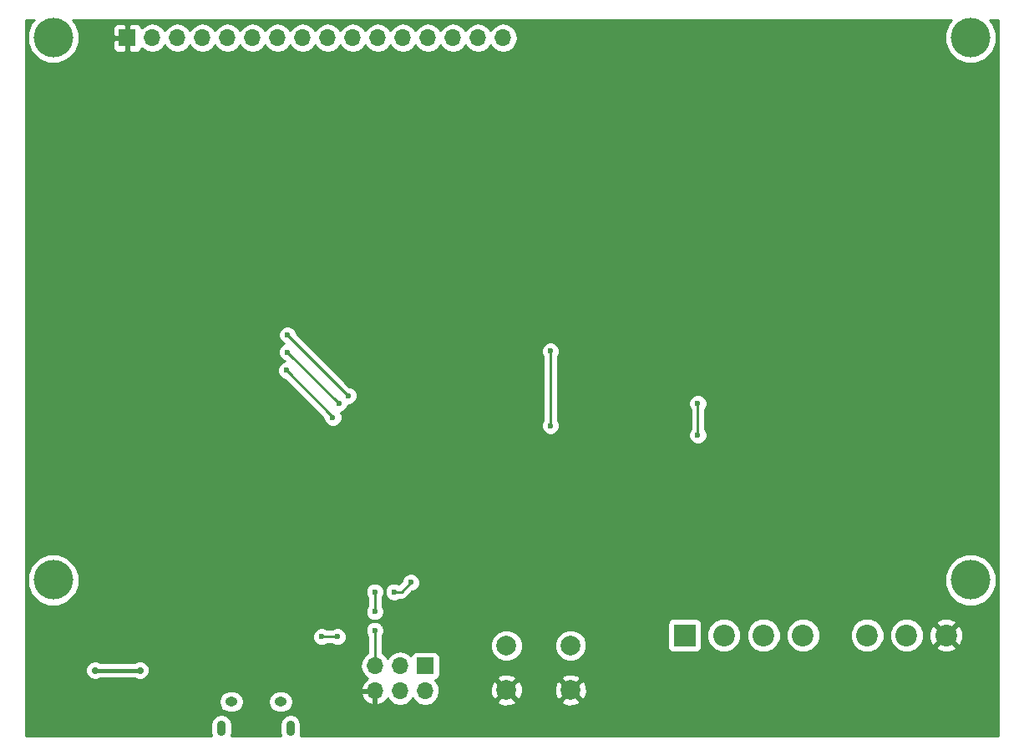
<source format=gbr>
G04 #@! TF.FileFunction,Copper,L2,Bot,Mixed*
%FSLAX46Y46*%
G04 Gerber Fmt 4.6, Leading zero omitted, Abs format (unit mm)*
G04 Created by KiCad (PCBNEW 4.0.7-e1-6374~58~ubuntu16.04.1) date Mon Oct  9 17:59:25 2017*
%MOMM*%
%LPD*%
G01*
G04 APERTURE LIST*
%ADD10C,0.100000*%
%ADD11C,4.000000*%
%ADD12R,1.700000X1.700000*%
%ADD13O,1.700000X1.700000*%
%ADD14O,0.890000X1.550000*%
%ADD15O,1.250000X0.950000*%
%ADD16C,2.200000*%
%ADD17R,2.200000X2.200000*%
%ADD18C,2.000000*%
%ADD19C,0.600000*%
%ADD20C,0.700000*%
%ADD21C,0.250000*%
%ADD22C,0.400000*%
%ADD23C,0.254000*%
G04 APERTURE END LIST*
D10*
D11*
X175500000Y-144500000D03*
X82500000Y-144500000D03*
X175500000Y-89500000D03*
D12*
X120200000Y-153200000D03*
D13*
X120200000Y-155740000D03*
X117660000Y-153200000D03*
X117660000Y-155740000D03*
X115120000Y-153200000D03*
X115120000Y-155740000D03*
D14*
X106550000Y-159550000D03*
D15*
X105550000Y-156850000D03*
D14*
X99550000Y-159550000D03*
D15*
X100550000Y-156850000D03*
D16*
X158500000Y-150100000D03*
X154500000Y-150100000D03*
X150500000Y-150100000D03*
X169000000Y-150100000D03*
X165000000Y-150100000D03*
D17*
X146500000Y-150100000D03*
D16*
X173000000Y-150100000D03*
D18*
X134950000Y-151150000D03*
X134950000Y-155650000D03*
X128450000Y-151150000D03*
X128450000Y-155650000D03*
D12*
X90000000Y-89540000D03*
D13*
X92540000Y-89540000D03*
X95080000Y-89540000D03*
X97620000Y-89540000D03*
X100160000Y-89540000D03*
X102700000Y-89540000D03*
X105240000Y-89540000D03*
X107780000Y-89540000D03*
X110320000Y-89540000D03*
X112860000Y-89540000D03*
X115400000Y-89540000D03*
X117940000Y-89540000D03*
X120480000Y-89540000D03*
X123020000Y-89540000D03*
X125560000Y-89540000D03*
X128100000Y-89540000D03*
D11*
X82500000Y-89500000D03*
D19*
X134800000Y-116100000D03*
X136350000Y-131050000D03*
X105700000Y-153150000D03*
X109000000Y-141750000D03*
X103950000Y-144550000D03*
X103950000Y-147300000D03*
X93550000Y-142550000D03*
X93550000Y-146650000D03*
X98800000Y-134450000D03*
X87700000Y-157750000D03*
X100800000Y-159550000D03*
X104350000Y-155500000D03*
X97450000Y-136700000D03*
X121500000Y-136750000D03*
X105300000Y-159550000D03*
X109800000Y-134450000D03*
X97300000Y-144000000D03*
X112000000Y-141750000D03*
X109700000Y-150250000D03*
X111300000Y-150250000D03*
X118750000Y-144750000D03*
X117050000Y-145700000D03*
X115100000Y-149600000D03*
X115100000Y-147700000D03*
X115100000Y-145700000D03*
X112400000Y-125800000D03*
X106250000Y-119650000D03*
X106150000Y-123250000D03*
X110850000Y-128000000D03*
X106250000Y-121400000D03*
X111450000Y-126600000D03*
X147850000Y-129800000D03*
X147850000Y-126600000D03*
X132900000Y-121300000D03*
X132900000Y-128850000D03*
D20*
X86750000Y-153650000D03*
X91300000Y-153650000D03*
D21*
X111300000Y-150250000D02*
X109700000Y-150250000D01*
X117800000Y-145700000D02*
X117050000Y-145700000D01*
X118750000Y-144750000D02*
X117800000Y-145700000D01*
X115120000Y-153200000D02*
X115120000Y-149620000D01*
X115120000Y-149620000D02*
X115100000Y-149600000D01*
X115100000Y-147700000D02*
X115100000Y-145700000D01*
X115120000Y-145720000D02*
X115100000Y-145700000D01*
X106250000Y-119650000D02*
X112400000Y-125800000D01*
X106150000Y-123250000D02*
X110850000Y-127950000D01*
X110850000Y-127950000D02*
X110850000Y-128000000D01*
X106250000Y-121400000D02*
X111450000Y-126600000D01*
X147850000Y-126600000D02*
X147850000Y-129800000D01*
X132900000Y-128850000D02*
X132900000Y-121300000D01*
D22*
X91300000Y-153650000D02*
X86750000Y-153650000D01*
D23*
G36*
X80267458Y-88005443D02*
X79865458Y-88973567D01*
X79864543Y-90021834D01*
X80264853Y-90990658D01*
X81005443Y-91732542D01*
X81973567Y-92134542D01*
X83021834Y-92135457D01*
X83990658Y-91735147D01*
X84732542Y-90994557D01*
X85134542Y-90026433D01*
X85134717Y-89825750D01*
X88515000Y-89825750D01*
X88515000Y-90516309D01*
X88611673Y-90749698D01*
X88790301Y-90928327D01*
X89023690Y-91025000D01*
X89714250Y-91025000D01*
X89873000Y-90866250D01*
X89873000Y-89667000D01*
X88673750Y-89667000D01*
X88515000Y-89825750D01*
X85134717Y-89825750D01*
X85135457Y-88978166D01*
X84964200Y-88563691D01*
X88515000Y-88563691D01*
X88515000Y-89254250D01*
X88673750Y-89413000D01*
X89873000Y-89413000D01*
X89873000Y-88213750D01*
X90127000Y-88213750D01*
X90127000Y-89413000D01*
X90147000Y-89413000D01*
X90147000Y-89667000D01*
X90127000Y-89667000D01*
X90127000Y-90866250D01*
X90285750Y-91025000D01*
X90976310Y-91025000D01*
X91209699Y-90928327D01*
X91388327Y-90749698D01*
X91460597Y-90575223D01*
X91489946Y-90619147D01*
X91971715Y-90941054D01*
X92540000Y-91054093D01*
X93108285Y-90941054D01*
X93590054Y-90619147D01*
X93810000Y-90289974D01*
X94029946Y-90619147D01*
X94511715Y-90941054D01*
X95080000Y-91054093D01*
X95648285Y-90941054D01*
X96130054Y-90619147D01*
X96350000Y-90289974D01*
X96569946Y-90619147D01*
X97051715Y-90941054D01*
X97620000Y-91054093D01*
X98188285Y-90941054D01*
X98670054Y-90619147D01*
X98890000Y-90289974D01*
X99109946Y-90619147D01*
X99591715Y-90941054D01*
X100160000Y-91054093D01*
X100728285Y-90941054D01*
X101210054Y-90619147D01*
X101430000Y-90289974D01*
X101649946Y-90619147D01*
X102131715Y-90941054D01*
X102700000Y-91054093D01*
X103268285Y-90941054D01*
X103750054Y-90619147D01*
X103970000Y-90289974D01*
X104189946Y-90619147D01*
X104671715Y-90941054D01*
X105240000Y-91054093D01*
X105808285Y-90941054D01*
X106290054Y-90619147D01*
X106510000Y-90289974D01*
X106729946Y-90619147D01*
X107211715Y-90941054D01*
X107780000Y-91054093D01*
X108348285Y-90941054D01*
X108830054Y-90619147D01*
X109050000Y-90289974D01*
X109269946Y-90619147D01*
X109751715Y-90941054D01*
X110320000Y-91054093D01*
X110888285Y-90941054D01*
X111370054Y-90619147D01*
X111590000Y-90289974D01*
X111809946Y-90619147D01*
X112291715Y-90941054D01*
X112860000Y-91054093D01*
X113428285Y-90941054D01*
X113910054Y-90619147D01*
X114130000Y-90289974D01*
X114349946Y-90619147D01*
X114831715Y-90941054D01*
X115400000Y-91054093D01*
X115968285Y-90941054D01*
X116450054Y-90619147D01*
X116670000Y-90289974D01*
X116889946Y-90619147D01*
X117371715Y-90941054D01*
X117940000Y-91054093D01*
X118508285Y-90941054D01*
X118990054Y-90619147D01*
X119210000Y-90289974D01*
X119429946Y-90619147D01*
X119911715Y-90941054D01*
X120480000Y-91054093D01*
X121048285Y-90941054D01*
X121530054Y-90619147D01*
X121750000Y-90289974D01*
X121969946Y-90619147D01*
X122451715Y-90941054D01*
X123020000Y-91054093D01*
X123588285Y-90941054D01*
X124070054Y-90619147D01*
X124290000Y-90289974D01*
X124509946Y-90619147D01*
X124991715Y-90941054D01*
X125560000Y-91054093D01*
X126128285Y-90941054D01*
X126610054Y-90619147D01*
X126830000Y-90289974D01*
X127049946Y-90619147D01*
X127531715Y-90941054D01*
X128100000Y-91054093D01*
X128668285Y-90941054D01*
X129150054Y-90619147D01*
X129471961Y-90137378D01*
X129585000Y-89569093D01*
X129585000Y-89510907D01*
X129471961Y-88942622D01*
X129150054Y-88460853D01*
X128668285Y-88138946D01*
X128100000Y-88025907D01*
X127531715Y-88138946D01*
X127049946Y-88460853D01*
X126830000Y-88790026D01*
X126610054Y-88460853D01*
X126128285Y-88138946D01*
X125560000Y-88025907D01*
X124991715Y-88138946D01*
X124509946Y-88460853D01*
X124290000Y-88790026D01*
X124070054Y-88460853D01*
X123588285Y-88138946D01*
X123020000Y-88025907D01*
X122451715Y-88138946D01*
X121969946Y-88460853D01*
X121750000Y-88790026D01*
X121530054Y-88460853D01*
X121048285Y-88138946D01*
X120480000Y-88025907D01*
X119911715Y-88138946D01*
X119429946Y-88460853D01*
X119210000Y-88790026D01*
X118990054Y-88460853D01*
X118508285Y-88138946D01*
X117940000Y-88025907D01*
X117371715Y-88138946D01*
X116889946Y-88460853D01*
X116670000Y-88790026D01*
X116450054Y-88460853D01*
X115968285Y-88138946D01*
X115400000Y-88025907D01*
X114831715Y-88138946D01*
X114349946Y-88460853D01*
X114130000Y-88790026D01*
X113910054Y-88460853D01*
X113428285Y-88138946D01*
X112860000Y-88025907D01*
X112291715Y-88138946D01*
X111809946Y-88460853D01*
X111590000Y-88790026D01*
X111370054Y-88460853D01*
X110888285Y-88138946D01*
X110320000Y-88025907D01*
X109751715Y-88138946D01*
X109269946Y-88460853D01*
X109050000Y-88790026D01*
X108830054Y-88460853D01*
X108348285Y-88138946D01*
X107780000Y-88025907D01*
X107211715Y-88138946D01*
X106729946Y-88460853D01*
X106510000Y-88790026D01*
X106290054Y-88460853D01*
X105808285Y-88138946D01*
X105240000Y-88025907D01*
X104671715Y-88138946D01*
X104189946Y-88460853D01*
X103970000Y-88790026D01*
X103750054Y-88460853D01*
X103268285Y-88138946D01*
X102700000Y-88025907D01*
X102131715Y-88138946D01*
X101649946Y-88460853D01*
X101430000Y-88790026D01*
X101210054Y-88460853D01*
X100728285Y-88138946D01*
X100160000Y-88025907D01*
X99591715Y-88138946D01*
X99109946Y-88460853D01*
X98890000Y-88790026D01*
X98670054Y-88460853D01*
X98188285Y-88138946D01*
X97620000Y-88025907D01*
X97051715Y-88138946D01*
X96569946Y-88460853D01*
X96350000Y-88790026D01*
X96130054Y-88460853D01*
X95648285Y-88138946D01*
X95080000Y-88025907D01*
X94511715Y-88138946D01*
X94029946Y-88460853D01*
X93810000Y-88790026D01*
X93590054Y-88460853D01*
X93108285Y-88138946D01*
X92540000Y-88025907D01*
X91971715Y-88138946D01*
X91489946Y-88460853D01*
X91460597Y-88504777D01*
X91388327Y-88330302D01*
X91209699Y-88151673D01*
X90976310Y-88055000D01*
X90285750Y-88055000D01*
X90127000Y-88213750D01*
X89873000Y-88213750D01*
X89714250Y-88055000D01*
X89023690Y-88055000D01*
X88790301Y-88151673D01*
X88611673Y-88330302D01*
X88515000Y-88563691D01*
X84964200Y-88563691D01*
X84735147Y-88009342D01*
X84436327Y-87710000D01*
X173563417Y-87710000D01*
X173267458Y-88005443D01*
X172865458Y-88973567D01*
X172864543Y-90021834D01*
X173264853Y-90990658D01*
X174005443Y-91732542D01*
X174973567Y-92134542D01*
X176021834Y-92135457D01*
X176990658Y-91735147D01*
X177732542Y-90994557D01*
X178134542Y-90026433D01*
X178135457Y-88978166D01*
X177735147Y-88009342D01*
X177436327Y-87710000D01*
X178290000Y-87710000D01*
X178290000Y-160290000D01*
X107553941Y-160290000D01*
X107630000Y-159907624D01*
X107630000Y-159192376D01*
X107547790Y-158779078D01*
X107313675Y-158428701D01*
X106963298Y-158194586D01*
X106550000Y-158112376D01*
X106136702Y-158194586D01*
X105786325Y-158428701D01*
X105552210Y-158779078D01*
X105470000Y-159192376D01*
X105470000Y-159907624D01*
X105546059Y-160290000D01*
X100553941Y-160290000D01*
X100630000Y-159907624D01*
X100630000Y-159192376D01*
X100547790Y-158779078D01*
X100313675Y-158428701D01*
X99963298Y-158194586D01*
X99550000Y-158112376D01*
X99136702Y-158194586D01*
X98786325Y-158428701D01*
X98552210Y-158779078D01*
X98470000Y-159192376D01*
X98470000Y-159907624D01*
X98546059Y-160290000D01*
X79710000Y-160290000D01*
X79710000Y-156850000D01*
X99265315Y-156850000D01*
X99349809Y-157274779D01*
X99590426Y-157634889D01*
X99950536Y-157875506D01*
X100375315Y-157960000D01*
X100724685Y-157960000D01*
X101149464Y-157875506D01*
X101509574Y-157634889D01*
X101750191Y-157274779D01*
X101834685Y-156850000D01*
X104265315Y-156850000D01*
X104349809Y-157274779D01*
X104590426Y-157634889D01*
X104950536Y-157875506D01*
X105375315Y-157960000D01*
X105724685Y-157960000D01*
X106149464Y-157875506D01*
X106509574Y-157634889D01*
X106750191Y-157274779D01*
X106834685Y-156850000D01*
X106750191Y-156425221D01*
X106530810Y-156096892D01*
X113678514Y-156096892D01*
X113924817Y-156621358D01*
X114353076Y-157011645D01*
X114763110Y-157181476D01*
X114993000Y-157060155D01*
X114993000Y-155867000D01*
X113799181Y-155867000D01*
X113678514Y-156096892D01*
X106530810Y-156096892D01*
X106509574Y-156065111D01*
X106149464Y-155824494D01*
X105724685Y-155740000D01*
X105375315Y-155740000D01*
X104950536Y-155824494D01*
X104590426Y-156065111D01*
X104349809Y-156425221D01*
X104265315Y-156850000D01*
X101834685Y-156850000D01*
X101750191Y-156425221D01*
X101509574Y-156065111D01*
X101149464Y-155824494D01*
X100724685Y-155740000D01*
X100375315Y-155740000D01*
X99950536Y-155824494D01*
X99590426Y-156065111D01*
X99349809Y-156425221D01*
X99265315Y-156850000D01*
X79710000Y-156850000D01*
X79710000Y-153845069D01*
X85764830Y-153845069D01*
X85914471Y-154207229D01*
X86191314Y-154484555D01*
X86553212Y-154634828D01*
X86945069Y-154635170D01*
X87307229Y-154485529D01*
X87307759Y-154485000D01*
X90742386Y-154485000D01*
X91103212Y-154634828D01*
X91495069Y-154635170D01*
X91857229Y-154485529D01*
X92134555Y-154208686D01*
X92284828Y-153846788D01*
X92285170Y-153454931D01*
X92167815Y-153170907D01*
X113635000Y-153170907D01*
X113635000Y-153229093D01*
X113748039Y-153797378D01*
X114069946Y-154279147D01*
X114353101Y-154468345D01*
X114353076Y-154468355D01*
X113924817Y-154858642D01*
X113678514Y-155383108D01*
X113799181Y-155613000D01*
X114993000Y-155613000D01*
X114993000Y-155593000D01*
X115247000Y-155593000D01*
X115247000Y-155613000D01*
X115267000Y-155613000D01*
X115267000Y-155867000D01*
X115247000Y-155867000D01*
X115247000Y-157060155D01*
X115476890Y-157181476D01*
X115886924Y-157011645D01*
X116315183Y-156621358D01*
X116382298Y-156478447D01*
X116609946Y-156819147D01*
X117091715Y-157141054D01*
X117660000Y-157254093D01*
X118228285Y-157141054D01*
X118710054Y-156819147D01*
X118930000Y-156489974D01*
X119149946Y-156819147D01*
X119631715Y-157141054D01*
X120200000Y-157254093D01*
X120768285Y-157141054D01*
X121250054Y-156819147D01*
X121261155Y-156802532D01*
X127477073Y-156802532D01*
X127575736Y-157069387D01*
X128185461Y-157295908D01*
X128835460Y-157271856D01*
X129324264Y-157069387D01*
X129422927Y-156802532D01*
X133977073Y-156802532D01*
X134075736Y-157069387D01*
X134685461Y-157295908D01*
X135335460Y-157271856D01*
X135824264Y-157069387D01*
X135922927Y-156802532D01*
X134950000Y-155829605D01*
X133977073Y-156802532D01*
X129422927Y-156802532D01*
X128450000Y-155829605D01*
X127477073Y-156802532D01*
X121261155Y-156802532D01*
X121571961Y-156337378D01*
X121685000Y-155769093D01*
X121685000Y-155710907D01*
X121620265Y-155385461D01*
X126804092Y-155385461D01*
X126828144Y-156035460D01*
X127030613Y-156524264D01*
X127297468Y-156622927D01*
X128270395Y-155650000D01*
X128629605Y-155650000D01*
X129602532Y-156622927D01*
X129869387Y-156524264D01*
X130095908Y-155914539D01*
X130076331Y-155385461D01*
X133304092Y-155385461D01*
X133328144Y-156035460D01*
X133530613Y-156524264D01*
X133797468Y-156622927D01*
X134770395Y-155650000D01*
X135129605Y-155650000D01*
X136102532Y-156622927D01*
X136369387Y-156524264D01*
X136595908Y-155914539D01*
X136571856Y-155264540D01*
X136369387Y-154775736D01*
X136102532Y-154677073D01*
X135129605Y-155650000D01*
X134770395Y-155650000D01*
X133797468Y-154677073D01*
X133530613Y-154775736D01*
X133304092Y-155385461D01*
X130076331Y-155385461D01*
X130071856Y-155264540D01*
X129869387Y-154775736D01*
X129602532Y-154677073D01*
X128629605Y-155650000D01*
X128270395Y-155650000D01*
X127297468Y-154677073D01*
X127030613Y-154775736D01*
X126804092Y-155385461D01*
X121620265Y-155385461D01*
X121571961Y-155142622D01*
X121250054Y-154660853D01*
X121248821Y-154660029D01*
X121285317Y-154653162D01*
X121501441Y-154514090D01*
X121512798Y-154497468D01*
X127477073Y-154497468D01*
X128450000Y-155470395D01*
X129422927Y-154497468D01*
X133977073Y-154497468D01*
X134950000Y-155470395D01*
X135922927Y-154497468D01*
X135824264Y-154230613D01*
X135214539Y-154004092D01*
X134564540Y-154028144D01*
X134075736Y-154230613D01*
X133977073Y-154497468D01*
X129422927Y-154497468D01*
X129324264Y-154230613D01*
X128714539Y-154004092D01*
X128064540Y-154028144D01*
X127575736Y-154230613D01*
X127477073Y-154497468D01*
X121512798Y-154497468D01*
X121646431Y-154301890D01*
X121697440Y-154050000D01*
X121697440Y-152350000D01*
X121653162Y-152114683D01*
X121514090Y-151898559D01*
X121301890Y-151753569D01*
X121050000Y-151702560D01*
X119350000Y-151702560D01*
X119114683Y-151746838D01*
X118898559Y-151885910D01*
X118753569Y-152098110D01*
X118739914Y-152165541D01*
X118710054Y-152120853D01*
X118228285Y-151798946D01*
X117660000Y-151685907D01*
X117091715Y-151798946D01*
X116609946Y-152120853D01*
X116390000Y-152450026D01*
X116170054Y-152120853D01*
X115880000Y-151927046D01*
X115880000Y-151473795D01*
X126814716Y-151473795D01*
X127063106Y-152074943D01*
X127522637Y-152535278D01*
X128123352Y-152784716D01*
X128773795Y-152785284D01*
X129374943Y-152536894D01*
X129835278Y-152077363D01*
X130084716Y-151476648D01*
X130084718Y-151473795D01*
X133314716Y-151473795D01*
X133563106Y-152074943D01*
X134022637Y-152535278D01*
X134623352Y-152784716D01*
X135273795Y-152785284D01*
X135874943Y-152536894D01*
X136335278Y-152077363D01*
X136584716Y-151476648D01*
X136585284Y-150826205D01*
X136336894Y-150225057D01*
X135877363Y-149764722D01*
X135276648Y-149515284D01*
X134626205Y-149514716D01*
X134025057Y-149763106D01*
X133564722Y-150222637D01*
X133315284Y-150823352D01*
X133314716Y-151473795D01*
X130084718Y-151473795D01*
X130085284Y-150826205D01*
X129836894Y-150225057D01*
X129377363Y-149764722D01*
X128776648Y-149515284D01*
X128126205Y-149514716D01*
X127525057Y-149763106D01*
X127064722Y-150222637D01*
X126815284Y-150823352D01*
X126814716Y-151473795D01*
X115880000Y-151473795D01*
X115880000Y-150142498D01*
X115892192Y-150130327D01*
X116034838Y-149786799D01*
X116035162Y-149414833D01*
X115893117Y-149071057D01*
X115822184Y-149000000D01*
X144752560Y-149000000D01*
X144752560Y-151200000D01*
X144796838Y-151435317D01*
X144935910Y-151651441D01*
X145148110Y-151796431D01*
X145400000Y-151847440D01*
X147600000Y-151847440D01*
X147835317Y-151803162D01*
X148051441Y-151664090D01*
X148196431Y-151451890D01*
X148247440Y-151200000D01*
X148247440Y-150443599D01*
X148764699Y-150443599D01*
X149028281Y-151081515D01*
X149515918Y-151570004D01*
X150153373Y-151834699D01*
X150843599Y-151835301D01*
X151481515Y-151571719D01*
X151970004Y-151084082D01*
X152234699Y-150446627D01*
X152234701Y-150443599D01*
X152764699Y-150443599D01*
X153028281Y-151081515D01*
X153515918Y-151570004D01*
X154153373Y-151834699D01*
X154843599Y-151835301D01*
X155481515Y-151571719D01*
X155970004Y-151084082D01*
X156234699Y-150446627D01*
X156234701Y-150443599D01*
X156764699Y-150443599D01*
X157028281Y-151081515D01*
X157515918Y-151570004D01*
X158153373Y-151834699D01*
X158843599Y-151835301D01*
X159481515Y-151571719D01*
X159970004Y-151084082D01*
X160234699Y-150446627D01*
X160234701Y-150443599D01*
X163264699Y-150443599D01*
X163528281Y-151081515D01*
X164015918Y-151570004D01*
X164653373Y-151834699D01*
X165343599Y-151835301D01*
X165981515Y-151571719D01*
X166470004Y-151084082D01*
X166734699Y-150446627D01*
X166734701Y-150443599D01*
X167264699Y-150443599D01*
X167528281Y-151081515D01*
X168015918Y-151570004D01*
X168653373Y-151834699D01*
X169343599Y-151835301D01*
X169981515Y-151571719D01*
X170228797Y-151324868D01*
X171954737Y-151324868D01*
X172065641Y-151602099D01*
X172711593Y-151845323D01*
X173401453Y-151822836D01*
X173934359Y-151602099D01*
X174045263Y-151324868D01*
X173000000Y-150279605D01*
X171954737Y-151324868D01*
X170228797Y-151324868D01*
X170470004Y-151084082D01*
X170734699Y-150446627D01*
X170735252Y-149811593D01*
X171254677Y-149811593D01*
X171277164Y-150501453D01*
X171497901Y-151034359D01*
X171775132Y-151145263D01*
X172820395Y-150100000D01*
X173179605Y-150100000D01*
X174224868Y-151145263D01*
X174502099Y-151034359D01*
X174745323Y-150388407D01*
X174722836Y-149698547D01*
X174502099Y-149165641D01*
X174224868Y-149054737D01*
X173179605Y-150100000D01*
X172820395Y-150100000D01*
X171775132Y-149054737D01*
X171497901Y-149165641D01*
X171254677Y-149811593D01*
X170735252Y-149811593D01*
X170735301Y-149756401D01*
X170471719Y-149118485D01*
X170228791Y-148875132D01*
X171954737Y-148875132D01*
X173000000Y-149920395D01*
X174045263Y-148875132D01*
X173934359Y-148597901D01*
X173288407Y-148354677D01*
X172598547Y-148377164D01*
X172065641Y-148597901D01*
X171954737Y-148875132D01*
X170228791Y-148875132D01*
X169984082Y-148629996D01*
X169346627Y-148365301D01*
X168656401Y-148364699D01*
X168018485Y-148628281D01*
X167529996Y-149115918D01*
X167265301Y-149753373D01*
X167264699Y-150443599D01*
X166734701Y-150443599D01*
X166735301Y-149756401D01*
X166471719Y-149118485D01*
X165984082Y-148629996D01*
X165346627Y-148365301D01*
X164656401Y-148364699D01*
X164018485Y-148628281D01*
X163529996Y-149115918D01*
X163265301Y-149753373D01*
X163264699Y-150443599D01*
X160234701Y-150443599D01*
X160235301Y-149756401D01*
X159971719Y-149118485D01*
X159484082Y-148629996D01*
X158846627Y-148365301D01*
X158156401Y-148364699D01*
X157518485Y-148628281D01*
X157029996Y-149115918D01*
X156765301Y-149753373D01*
X156764699Y-150443599D01*
X156234701Y-150443599D01*
X156235301Y-149756401D01*
X155971719Y-149118485D01*
X155484082Y-148629996D01*
X154846627Y-148365301D01*
X154156401Y-148364699D01*
X153518485Y-148628281D01*
X153029996Y-149115918D01*
X152765301Y-149753373D01*
X152764699Y-150443599D01*
X152234701Y-150443599D01*
X152235301Y-149756401D01*
X151971719Y-149118485D01*
X151484082Y-148629996D01*
X150846627Y-148365301D01*
X150156401Y-148364699D01*
X149518485Y-148628281D01*
X149029996Y-149115918D01*
X148765301Y-149753373D01*
X148764699Y-150443599D01*
X148247440Y-150443599D01*
X148247440Y-149000000D01*
X148203162Y-148764683D01*
X148064090Y-148548559D01*
X147851890Y-148403569D01*
X147600000Y-148352560D01*
X145400000Y-148352560D01*
X145164683Y-148396838D01*
X144948559Y-148535910D01*
X144803569Y-148748110D01*
X144752560Y-149000000D01*
X115822184Y-149000000D01*
X115630327Y-148807808D01*
X115286799Y-148665162D01*
X114914833Y-148664838D01*
X114571057Y-148806883D01*
X114307808Y-149069673D01*
X114165162Y-149413201D01*
X114164838Y-149785167D01*
X114306883Y-150128943D01*
X114360000Y-150182153D01*
X114360000Y-151927046D01*
X114069946Y-152120853D01*
X113748039Y-152602622D01*
X113635000Y-153170907D01*
X92167815Y-153170907D01*
X92135529Y-153092771D01*
X91858686Y-152815445D01*
X91496788Y-152665172D01*
X91104931Y-152664830D01*
X90742771Y-152814471D01*
X90742241Y-152815000D01*
X87307614Y-152815000D01*
X86946788Y-152665172D01*
X86554931Y-152664830D01*
X86192771Y-152814471D01*
X85915445Y-153091314D01*
X85765172Y-153453212D01*
X85764830Y-153845069D01*
X79710000Y-153845069D01*
X79710000Y-150435167D01*
X108764838Y-150435167D01*
X108906883Y-150778943D01*
X109169673Y-151042192D01*
X109513201Y-151184838D01*
X109885167Y-151185162D01*
X110228943Y-151043117D01*
X110262118Y-151010000D01*
X110737537Y-151010000D01*
X110769673Y-151042192D01*
X111113201Y-151184838D01*
X111485167Y-151185162D01*
X111828943Y-151043117D01*
X112092192Y-150780327D01*
X112234838Y-150436799D01*
X112235162Y-150064833D01*
X112093117Y-149721057D01*
X111830327Y-149457808D01*
X111486799Y-149315162D01*
X111114833Y-149314838D01*
X110771057Y-149456883D01*
X110737882Y-149490000D01*
X110262463Y-149490000D01*
X110230327Y-149457808D01*
X109886799Y-149315162D01*
X109514833Y-149314838D01*
X109171057Y-149456883D01*
X108907808Y-149719673D01*
X108765162Y-150063201D01*
X108764838Y-150435167D01*
X79710000Y-150435167D01*
X79710000Y-145021834D01*
X79864543Y-145021834D01*
X80264853Y-145990658D01*
X81005443Y-146732542D01*
X81973567Y-147134542D01*
X83021834Y-147135457D01*
X83990658Y-146735147D01*
X84732542Y-145994557D01*
X84777964Y-145885167D01*
X114164838Y-145885167D01*
X114306883Y-146228943D01*
X114340000Y-146262118D01*
X114340000Y-147137537D01*
X114307808Y-147169673D01*
X114165162Y-147513201D01*
X114164838Y-147885167D01*
X114306883Y-148228943D01*
X114569673Y-148492192D01*
X114913201Y-148634838D01*
X115285167Y-148635162D01*
X115628943Y-148493117D01*
X115892192Y-148230327D01*
X116034838Y-147886799D01*
X116035162Y-147514833D01*
X115893117Y-147171057D01*
X115860000Y-147137882D01*
X115860000Y-146262463D01*
X115892192Y-146230327D01*
X116034838Y-145886799D01*
X116034839Y-145885167D01*
X116114838Y-145885167D01*
X116256883Y-146228943D01*
X116519673Y-146492192D01*
X116863201Y-146634838D01*
X117235167Y-146635162D01*
X117578943Y-146493117D01*
X117612118Y-146460000D01*
X117800000Y-146460000D01*
X118090839Y-146402148D01*
X118337401Y-146237401D01*
X118889680Y-145685122D01*
X118935167Y-145685162D01*
X119278943Y-145543117D01*
X119542192Y-145280327D01*
X119649528Y-145021834D01*
X172864543Y-145021834D01*
X173264853Y-145990658D01*
X174005443Y-146732542D01*
X174973567Y-147134542D01*
X176021834Y-147135457D01*
X176990658Y-146735147D01*
X177732542Y-145994557D01*
X178134542Y-145026433D01*
X178135457Y-143978166D01*
X177735147Y-143009342D01*
X176994557Y-142267458D01*
X176026433Y-141865458D01*
X174978166Y-141864543D01*
X174009342Y-142264853D01*
X173267458Y-143005443D01*
X172865458Y-143973567D01*
X172864543Y-145021834D01*
X119649528Y-145021834D01*
X119684838Y-144936799D01*
X119685162Y-144564833D01*
X119543117Y-144221057D01*
X119280327Y-143957808D01*
X118936799Y-143815162D01*
X118564833Y-143814838D01*
X118221057Y-143956883D01*
X117957808Y-144219673D01*
X117815162Y-144563201D01*
X117815121Y-144610077D01*
X117535856Y-144889342D01*
X117236799Y-144765162D01*
X116864833Y-144764838D01*
X116521057Y-144906883D01*
X116257808Y-145169673D01*
X116115162Y-145513201D01*
X116114838Y-145885167D01*
X116034839Y-145885167D01*
X116035162Y-145514833D01*
X115893117Y-145171057D01*
X115630327Y-144907808D01*
X115286799Y-144765162D01*
X114914833Y-144764838D01*
X114571057Y-144906883D01*
X114307808Y-145169673D01*
X114165162Y-145513201D01*
X114164838Y-145885167D01*
X84777964Y-145885167D01*
X85134542Y-145026433D01*
X85135457Y-143978166D01*
X84735147Y-143009342D01*
X83994557Y-142267458D01*
X83026433Y-141865458D01*
X81978166Y-141864543D01*
X81009342Y-142264853D01*
X80267458Y-143005443D01*
X79865458Y-143973567D01*
X79864543Y-145021834D01*
X79710000Y-145021834D01*
X79710000Y-123435167D01*
X105214838Y-123435167D01*
X105356883Y-123778943D01*
X105619673Y-124042192D01*
X105963201Y-124184838D01*
X106010077Y-124184879D01*
X109914921Y-128089723D01*
X109914838Y-128185167D01*
X110056883Y-128528943D01*
X110319673Y-128792192D01*
X110663201Y-128934838D01*
X111035167Y-128935162D01*
X111378943Y-128793117D01*
X111642192Y-128530327D01*
X111784838Y-128186799D01*
X111785162Y-127814833D01*
X111664583Y-127523008D01*
X111978943Y-127393117D01*
X112242192Y-127130327D01*
X112384838Y-126786799D01*
X112384883Y-126734988D01*
X112585167Y-126735162D01*
X112928943Y-126593117D01*
X113192192Y-126330327D01*
X113334838Y-125986799D01*
X113335162Y-125614833D01*
X113193117Y-125271057D01*
X112930327Y-125007808D01*
X112586799Y-124865162D01*
X112539923Y-124865121D01*
X109159969Y-121485167D01*
X131964838Y-121485167D01*
X132106883Y-121828943D01*
X132140000Y-121862118D01*
X132140000Y-128287537D01*
X132107808Y-128319673D01*
X131965162Y-128663201D01*
X131964838Y-129035167D01*
X132106883Y-129378943D01*
X132369673Y-129642192D01*
X132713201Y-129784838D01*
X133085167Y-129785162D01*
X133428943Y-129643117D01*
X133692192Y-129380327D01*
X133834838Y-129036799D01*
X133835162Y-128664833D01*
X133693117Y-128321057D01*
X133660000Y-128287882D01*
X133660000Y-126785167D01*
X146914838Y-126785167D01*
X147056883Y-127128943D01*
X147090000Y-127162118D01*
X147090000Y-129237537D01*
X147057808Y-129269673D01*
X146915162Y-129613201D01*
X146914838Y-129985167D01*
X147056883Y-130328943D01*
X147319673Y-130592192D01*
X147663201Y-130734838D01*
X148035167Y-130735162D01*
X148378943Y-130593117D01*
X148642192Y-130330327D01*
X148784838Y-129986799D01*
X148785162Y-129614833D01*
X148643117Y-129271057D01*
X148610000Y-129237882D01*
X148610000Y-127162463D01*
X148642192Y-127130327D01*
X148784838Y-126786799D01*
X148785162Y-126414833D01*
X148643117Y-126071057D01*
X148380327Y-125807808D01*
X148036799Y-125665162D01*
X147664833Y-125664838D01*
X147321057Y-125806883D01*
X147057808Y-126069673D01*
X146915162Y-126413201D01*
X146914838Y-126785167D01*
X133660000Y-126785167D01*
X133660000Y-121862463D01*
X133692192Y-121830327D01*
X133834838Y-121486799D01*
X133835162Y-121114833D01*
X133693117Y-120771057D01*
X133430327Y-120507808D01*
X133086799Y-120365162D01*
X132714833Y-120364838D01*
X132371057Y-120506883D01*
X132107808Y-120769673D01*
X131965162Y-121113201D01*
X131964838Y-121485167D01*
X109159969Y-121485167D01*
X107185122Y-119510320D01*
X107185162Y-119464833D01*
X107043117Y-119121057D01*
X106780327Y-118857808D01*
X106436799Y-118715162D01*
X106064833Y-118714838D01*
X105721057Y-118856883D01*
X105457808Y-119119673D01*
X105315162Y-119463201D01*
X105314838Y-119835167D01*
X105456883Y-120178943D01*
X105719673Y-120442192D01*
X105919162Y-120525028D01*
X105721057Y-120606883D01*
X105457808Y-120869673D01*
X105315162Y-121213201D01*
X105314838Y-121585167D01*
X105456883Y-121928943D01*
X105719673Y-122192192D01*
X106015141Y-122314882D01*
X105964833Y-122314838D01*
X105621057Y-122456883D01*
X105357808Y-122719673D01*
X105215162Y-123063201D01*
X105214838Y-123435167D01*
X79710000Y-123435167D01*
X79710000Y-87710000D01*
X80563417Y-87710000D01*
X80267458Y-88005443D01*
X80267458Y-88005443D01*
G37*
X80267458Y-88005443D02*
X79865458Y-88973567D01*
X79864543Y-90021834D01*
X80264853Y-90990658D01*
X81005443Y-91732542D01*
X81973567Y-92134542D01*
X83021834Y-92135457D01*
X83990658Y-91735147D01*
X84732542Y-90994557D01*
X85134542Y-90026433D01*
X85134717Y-89825750D01*
X88515000Y-89825750D01*
X88515000Y-90516309D01*
X88611673Y-90749698D01*
X88790301Y-90928327D01*
X89023690Y-91025000D01*
X89714250Y-91025000D01*
X89873000Y-90866250D01*
X89873000Y-89667000D01*
X88673750Y-89667000D01*
X88515000Y-89825750D01*
X85134717Y-89825750D01*
X85135457Y-88978166D01*
X84964200Y-88563691D01*
X88515000Y-88563691D01*
X88515000Y-89254250D01*
X88673750Y-89413000D01*
X89873000Y-89413000D01*
X89873000Y-88213750D01*
X90127000Y-88213750D01*
X90127000Y-89413000D01*
X90147000Y-89413000D01*
X90147000Y-89667000D01*
X90127000Y-89667000D01*
X90127000Y-90866250D01*
X90285750Y-91025000D01*
X90976310Y-91025000D01*
X91209699Y-90928327D01*
X91388327Y-90749698D01*
X91460597Y-90575223D01*
X91489946Y-90619147D01*
X91971715Y-90941054D01*
X92540000Y-91054093D01*
X93108285Y-90941054D01*
X93590054Y-90619147D01*
X93810000Y-90289974D01*
X94029946Y-90619147D01*
X94511715Y-90941054D01*
X95080000Y-91054093D01*
X95648285Y-90941054D01*
X96130054Y-90619147D01*
X96350000Y-90289974D01*
X96569946Y-90619147D01*
X97051715Y-90941054D01*
X97620000Y-91054093D01*
X98188285Y-90941054D01*
X98670054Y-90619147D01*
X98890000Y-90289974D01*
X99109946Y-90619147D01*
X99591715Y-90941054D01*
X100160000Y-91054093D01*
X100728285Y-90941054D01*
X101210054Y-90619147D01*
X101430000Y-90289974D01*
X101649946Y-90619147D01*
X102131715Y-90941054D01*
X102700000Y-91054093D01*
X103268285Y-90941054D01*
X103750054Y-90619147D01*
X103970000Y-90289974D01*
X104189946Y-90619147D01*
X104671715Y-90941054D01*
X105240000Y-91054093D01*
X105808285Y-90941054D01*
X106290054Y-90619147D01*
X106510000Y-90289974D01*
X106729946Y-90619147D01*
X107211715Y-90941054D01*
X107780000Y-91054093D01*
X108348285Y-90941054D01*
X108830054Y-90619147D01*
X109050000Y-90289974D01*
X109269946Y-90619147D01*
X109751715Y-90941054D01*
X110320000Y-91054093D01*
X110888285Y-90941054D01*
X111370054Y-90619147D01*
X111590000Y-90289974D01*
X111809946Y-90619147D01*
X112291715Y-90941054D01*
X112860000Y-91054093D01*
X113428285Y-90941054D01*
X113910054Y-90619147D01*
X114130000Y-90289974D01*
X114349946Y-90619147D01*
X114831715Y-90941054D01*
X115400000Y-91054093D01*
X115968285Y-90941054D01*
X116450054Y-90619147D01*
X116670000Y-90289974D01*
X116889946Y-90619147D01*
X117371715Y-90941054D01*
X117940000Y-91054093D01*
X118508285Y-90941054D01*
X118990054Y-90619147D01*
X119210000Y-90289974D01*
X119429946Y-90619147D01*
X119911715Y-90941054D01*
X120480000Y-91054093D01*
X121048285Y-90941054D01*
X121530054Y-90619147D01*
X121750000Y-90289974D01*
X121969946Y-90619147D01*
X122451715Y-90941054D01*
X123020000Y-91054093D01*
X123588285Y-90941054D01*
X124070054Y-90619147D01*
X124290000Y-90289974D01*
X124509946Y-90619147D01*
X124991715Y-90941054D01*
X125560000Y-91054093D01*
X126128285Y-90941054D01*
X126610054Y-90619147D01*
X126830000Y-90289974D01*
X127049946Y-90619147D01*
X127531715Y-90941054D01*
X128100000Y-91054093D01*
X128668285Y-90941054D01*
X129150054Y-90619147D01*
X129471961Y-90137378D01*
X129585000Y-89569093D01*
X129585000Y-89510907D01*
X129471961Y-88942622D01*
X129150054Y-88460853D01*
X128668285Y-88138946D01*
X128100000Y-88025907D01*
X127531715Y-88138946D01*
X127049946Y-88460853D01*
X126830000Y-88790026D01*
X126610054Y-88460853D01*
X126128285Y-88138946D01*
X125560000Y-88025907D01*
X124991715Y-88138946D01*
X124509946Y-88460853D01*
X124290000Y-88790026D01*
X124070054Y-88460853D01*
X123588285Y-88138946D01*
X123020000Y-88025907D01*
X122451715Y-88138946D01*
X121969946Y-88460853D01*
X121750000Y-88790026D01*
X121530054Y-88460853D01*
X121048285Y-88138946D01*
X120480000Y-88025907D01*
X119911715Y-88138946D01*
X119429946Y-88460853D01*
X119210000Y-88790026D01*
X118990054Y-88460853D01*
X118508285Y-88138946D01*
X117940000Y-88025907D01*
X117371715Y-88138946D01*
X116889946Y-88460853D01*
X116670000Y-88790026D01*
X116450054Y-88460853D01*
X115968285Y-88138946D01*
X115400000Y-88025907D01*
X114831715Y-88138946D01*
X114349946Y-88460853D01*
X114130000Y-88790026D01*
X113910054Y-88460853D01*
X113428285Y-88138946D01*
X112860000Y-88025907D01*
X112291715Y-88138946D01*
X111809946Y-88460853D01*
X111590000Y-88790026D01*
X111370054Y-88460853D01*
X110888285Y-88138946D01*
X110320000Y-88025907D01*
X109751715Y-88138946D01*
X109269946Y-88460853D01*
X109050000Y-88790026D01*
X108830054Y-88460853D01*
X108348285Y-88138946D01*
X107780000Y-88025907D01*
X107211715Y-88138946D01*
X106729946Y-88460853D01*
X106510000Y-88790026D01*
X106290054Y-88460853D01*
X105808285Y-88138946D01*
X105240000Y-88025907D01*
X104671715Y-88138946D01*
X104189946Y-88460853D01*
X103970000Y-88790026D01*
X103750054Y-88460853D01*
X103268285Y-88138946D01*
X102700000Y-88025907D01*
X102131715Y-88138946D01*
X101649946Y-88460853D01*
X101430000Y-88790026D01*
X101210054Y-88460853D01*
X100728285Y-88138946D01*
X100160000Y-88025907D01*
X99591715Y-88138946D01*
X99109946Y-88460853D01*
X98890000Y-88790026D01*
X98670054Y-88460853D01*
X98188285Y-88138946D01*
X97620000Y-88025907D01*
X97051715Y-88138946D01*
X96569946Y-88460853D01*
X96350000Y-88790026D01*
X96130054Y-88460853D01*
X95648285Y-88138946D01*
X95080000Y-88025907D01*
X94511715Y-88138946D01*
X94029946Y-88460853D01*
X93810000Y-88790026D01*
X93590054Y-88460853D01*
X93108285Y-88138946D01*
X92540000Y-88025907D01*
X91971715Y-88138946D01*
X91489946Y-88460853D01*
X91460597Y-88504777D01*
X91388327Y-88330302D01*
X91209699Y-88151673D01*
X90976310Y-88055000D01*
X90285750Y-88055000D01*
X90127000Y-88213750D01*
X89873000Y-88213750D01*
X89714250Y-88055000D01*
X89023690Y-88055000D01*
X88790301Y-88151673D01*
X88611673Y-88330302D01*
X88515000Y-88563691D01*
X84964200Y-88563691D01*
X84735147Y-88009342D01*
X84436327Y-87710000D01*
X173563417Y-87710000D01*
X173267458Y-88005443D01*
X172865458Y-88973567D01*
X172864543Y-90021834D01*
X173264853Y-90990658D01*
X174005443Y-91732542D01*
X174973567Y-92134542D01*
X176021834Y-92135457D01*
X176990658Y-91735147D01*
X177732542Y-90994557D01*
X178134542Y-90026433D01*
X178135457Y-88978166D01*
X177735147Y-88009342D01*
X177436327Y-87710000D01*
X178290000Y-87710000D01*
X178290000Y-160290000D01*
X107553941Y-160290000D01*
X107630000Y-159907624D01*
X107630000Y-159192376D01*
X107547790Y-158779078D01*
X107313675Y-158428701D01*
X106963298Y-158194586D01*
X106550000Y-158112376D01*
X106136702Y-158194586D01*
X105786325Y-158428701D01*
X105552210Y-158779078D01*
X105470000Y-159192376D01*
X105470000Y-159907624D01*
X105546059Y-160290000D01*
X100553941Y-160290000D01*
X100630000Y-159907624D01*
X100630000Y-159192376D01*
X100547790Y-158779078D01*
X100313675Y-158428701D01*
X99963298Y-158194586D01*
X99550000Y-158112376D01*
X99136702Y-158194586D01*
X98786325Y-158428701D01*
X98552210Y-158779078D01*
X98470000Y-159192376D01*
X98470000Y-159907624D01*
X98546059Y-160290000D01*
X79710000Y-160290000D01*
X79710000Y-156850000D01*
X99265315Y-156850000D01*
X99349809Y-157274779D01*
X99590426Y-157634889D01*
X99950536Y-157875506D01*
X100375315Y-157960000D01*
X100724685Y-157960000D01*
X101149464Y-157875506D01*
X101509574Y-157634889D01*
X101750191Y-157274779D01*
X101834685Y-156850000D01*
X104265315Y-156850000D01*
X104349809Y-157274779D01*
X104590426Y-157634889D01*
X104950536Y-157875506D01*
X105375315Y-157960000D01*
X105724685Y-157960000D01*
X106149464Y-157875506D01*
X106509574Y-157634889D01*
X106750191Y-157274779D01*
X106834685Y-156850000D01*
X106750191Y-156425221D01*
X106530810Y-156096892D01*
X113678514Y-156096892D01*
X113924817Y-156621358D01*
X114353076Y-157011645D01*
X114763110Y-157181476D01*
X114993000Y-157060155D01*
X114993000Y-155867000D01*
X113799181Y-155867000D01*
X113678514Y-156096892D01*
X106530810Y-156096892D01*
X106509574Y-156065111D01*
X106149464Y-155824494D01*
X105724685Y-155740000D01*
X105375315Y-155740000D01*
X104950536Y-155824494D01*
X104590426Y-156065111D01*
X104349809Y-156425221D01*
X104265315Y-156850000D01*
X101834685Y-156850000D01*
X101750191Y-156425221D01*
X101509574Y-156065111D01*
X101149464Y-155824494D01*
X100724685Y-155740000D01*
X100375315Y-155740000D01*
X99950536Y-155824494D01*
X99590426Y-156065111D01*
X99349809Y-156425221D01*
X99265315Y-156850000D01*
X79710000Y-156850000D01*
X79710000Y-153845069D01*
X85764830Y-153845069D01*
X85914471Y-154207229D01*
X86191314Y-154484555D01*
X86553212Y-154634828D01*
X86945069Y-154635170D01*
X87307229Y-154485529D01*
X87307759Y-154485000D01*
X90742386Y-154485000D01*
X91103212Y-154634828D01*
X91495069Y-154635170D01*
X91857229Y-154485529D01*
X92134555Y-154208686D01*
X92284828Y-153846788D01*
X92285170Y-153454931D01*
X92167815Y-153170907D01*
X113635000Y-153170907D01*
X113635000Y-153229093D01*
X113748039Y-153797378D01*
X114069946Y-154279147D01*
X114353101Y-154468345D01*
X114353076Y-154468355D01*
X113924817Y-154858642D01*
X113678514Y-155383108D01*
X113799181Y-155613000D01*
X114993000Y-155613000D01*
X114993000Y-155593000D01*
X115247000Y-155593000D01*
X115247000Y-155613000D01*
X115267000Y-155613000D01*
X115267000Y-155867000D01*
X115247000Y-155867000D01*
X115247000Y-157060155D01*
X115476890Y-157181476D01*
X115886924Y-157011645D01*
X116315183Y-156621358D01*
X116382298Y-156478447D01*
X116609946Y-156819147D01*
X117091715Y-157141054D01*
X117660000Y-157254093D01*
X118228285Y-157141054D01*
X118710054Y-156819147D01*
X118930000Y-156489974D01*
X119149946Y-156819147D01*
X119631715Y-157141054D01*
X120200000Y-157254093D01*
X120768285Y-157141054D01*
X121250054Y-156819147D01*
X121261155Y-156802532D01*
X127477073Y-156802532D01*
X127575736Y-157069387D01*
X128185461Y-157295908D01*
X128835460Y-157271856D01*
X129324264Y-157069387D01*
X129422927Y-156802532D01*
X133977073Y-156802532D01*
X134075736Y-157069387D01*
X134685461Y-157295908D01*
X135335460Y-157271856D01*
X135824264Y-157069387D01*
X135922927Y-156802532D01*
X134950000Y-155829605D01*
X133977073Y-156802532D01*
X129422927Y-156802532D01*
X128450000Y-155829605D01*
X127477073Y-156802532D01*
X121261155Y-156802532D01*
X121571961Y-156337378D01*
X121685000Y-155769093D01*
X121685000Y-155710907D01*
X121620265Y-155385461D01*
X126804092Y-155385461D01*
X126828144Y-156035460D01*
X127030613Y-156524264D01*
X127297468Y-156622927D01*
X128270395Y-155650000D01*
X128629605Y-155650000D01*
X129602532Y-156622927D01*
X129869387Y-156524264D01*
X130095908Y-155914539D01*
X130076331Y-155385461D01*
X133304092Y-155385461D01*
X133328144Y-156035460D01*
X133530613Y-156524264D01*
X133797468Y-156622927D01*
X134770395Y-155650000D01*
X135129605Y-155650000D01*
X136102532Y-156622927D01*
X136369387Y-156524264D01*
X136595908Y-155914539D01*
X136571856Y-155264540D01*
X136369387Y-154775736D01*
X136102532Y-154677073D01*
X135129605Y-155650000D01*
X134770395Y-155650000D01*
X133797468Y-154677073D01*
X133530613Y-154775736D01*
X133304092Y-155385461D01*
X130076331Y-155385461D01*
X130071856Y-155264540D01*
X129869387Y-154775736D01*
X129602532Y-154677073D01*
X128629605Y-155650000D01*
X128270395Y-155650000D01*
X127297468Y-154677073D01*
X127030613Y-154775736D01*
X126804092Y-155385461D01*
X121620265Y-155385461D01*
X121571961Y-155142622D01*
X121250054Y-154660853D01*
X121248821Y-154660029D01*
X121285317Y-154653162D01*
X121501441Y-154514090D01*
X121512798Y-154497468D01*
X127477073Y-154497468D01*
X128450000Y-155470395D01*
X129422927Y-154497468D01*
X133977073Y-154497468D01*
X134950000Y-155470395D01*
X135922927Y-154497468D01*
X135824264Y-154230613D01*
X135214539Y-154004092D01*
X134564540Y-154028144D01*
X134075736Y-154230613D01*
X133977073Y-154497468D01*
X129422927Y-154497468D01*
X129324264Y-154230613D01*
X128714539Y-154004092D01*
X128064540Y-154028144D01*
X127575736Y-154230613D01*
X127477073Y-154497468D01*
X121512798Y-154497468D01*
X121646431Y-154301890D01*
X121697440Y-154050000D01*
X121697440Y-152350000D01*
X121653162Y-152114683D01*
X121514090Y-151898559D01*
X121301890Y-151753569D01*
X121050000Y-151702560D01*
X119350000Y-151702560D01*
X119114683Y-151746838D01*
X118898559Y-151885910D01*
X118753569Y-152098110D01*
X118739914Y-152165541D01*
X118710054Y-152120853D01*
X118228285Y-151798946D01*
X117660000Y-151685907D01*
X117091715Y-151798946D01*
X116609946Y-152120853D01*
X116390000Y-152450026D01*
X116170054Y-152120853D01*
X115880000Y-151927046D01*
X115880000Y-151473795D01*
X126814716Y-151473795D01*
X127063106Y-152074943D01*
X127522637Y-152535278D01*
X128123352Y-152784716D01*
X128773795Y-152785284D01*
X129374943Y-152536894D01*
X129835278Y-152077363D01*
X130084716Y-151476648D01*
X130084718Y-151473795D01*
X133314716Y-151473795D01*
X133563106Y-152074943D01*
X134022637Y-152535278D01*
X134623352Y-152784716D01*
X135273795Y-152785284D01*
X135874943Y-152536894D01*
X136335278Y-152077363D01*
X136584716Y-151476648D01*
X136585284Y-150826205D01*
X136336894Y-150225057D01*
X135877363Y-149764722D01*
X135276648Y-149515284D01*
X134626205Y-149514716D01*
X134025057Y-149763106D01*
X133564722Y-150222637D01*
X133315284Y-150823352D01*
X133314716Y-151473795D01*
X130084718Y-151473795D01*
X130085284Y-150826205D01*
X129836894Y-150225057D01*
X129377363Y-149764722D01*
X128776648Y-149515284D01*
X128126205Y-149514716D01*
X127525057Y-149763106D01*
X127064722Y-150222637D01*
X126815284Y-150823352D01*
X126814716Y-151473795D01*
X115880000Y-151473795D01*
X115880000Y-150142498D01*
X115892192Y-150130327D01*
X116034838Y-149786799D01*
X116035162Y-149414833D01*
X115893117Y-149071057D01*
X115822184Y-149000000D01*
X144752560Y-149000000D01*
X144752560Y-151200000D01*
X144796838Y-151435317D01*
X144935910Y-151651441D01*
X145148110Y-151796431D01*
X145400000Y-151847440D01*
X147600000Y-151847440D01*
X147835317Y-151803162D01*
X148051441Y-151664090D01*
X148196431Y-151451890D01*
X148247440Y-151200000D01*
X148247440Y-150443599D01*
X148764699Y-150443599D01*
X149028281Y-151081515D01*
X149515918Y-151570004D01*
X150153373Y-151834699D01*
X150843599Y-151835301D01*
X151481515Y-151571719D01*
X151970004Y-151084082D01*
X152234699Y-150446627D01*
X152234701Y-150443599D01*
X152764699Y-150443599D01*
X153028281Y-151081515D01*
X153515918Y-151570004D01*
X154153373Y-151834699D01*
X154843599Y-151835301D01*
X155481515Y-151571719D01*
X155970004Y-151084082D01*
X156234699Y-150446627D01*
X156234701Y-150443599D01*
X156764699Y-150443599D01*
X157028281Y-151081515D01*
X157515918Y-151570004D01*
X158153373Y-151834699D01*
X158843599Y-151835301D01*
X159481515Y-151571719D01*
X159970004Y-151084082D01*
X160234699Y-150446627D01*
X160234701Y-150443599D01*
X163264699Y-150443599D01*
X163528281Y-151081515D01*
X164015918Y-151570004D01*
X164653373Y-151834699D01*
X165343599Y-151835301D01*
X165981515Y-151571719D01*
X166470004Y-151084082D01*
X166734699Y-150446627D01*
X166734701Y-150443599D01*
X167264699Y-150443599D01*
X167528281Y-151081515D01*
X168015918Y-151570004D01*
X168653373Y-151834699D01*
X169343599Y-151835301D01*
X169981515Y-151571719D01*
X170228797Y-151324868D01*
X171954737Y-151324868D01*
X172065641Y-151602099D01*
X172711593Y-151845323D01*
X173401453Y-151822836D01*
X173934359Y-151602099D01*
X174045263Y-151324868D01*
X173000000Y-150279605D01*
X171954737Y-151324868D01*
X170228797Y-151324868D01*
X170470004Y-151084082D01*
X170734699Y-150446627D01*
X170735252Y-149811593D01*
X171254677Y-149811593D01*
X171277164Y-150501453D01*
X171497901Y-151034359D01*
X171775132Y-151145263D01*
X172820395Y-150100000D01*
X173179605Y-150100000D01*
X174224868Y-151145263D01*
X174502099Y-151034359D01*
X174745323Y-150388407D01*
X174722836Y-149698547D01*
X174502099Y-149165641D01*
X174224868Y-149054737D01*
X173179605Y-150100000D01*
X172820395Y-150100000D01*
X171775132Y-149054737D01*
X171497901Y-149165641D01*
X171254677Y-149811593D01*
X170735252Y-149811593D01*
X170735301Y-149756401D01*
X170471719Y-149118485D01*
X170228791Y-148875132D01*
X171954737Y-148875132D01*
X173000000Y-149920395D01*
X174045263Y-148875132D01*
X173934359Y-148597901D01*
X173288407Y-148354677D01*
X172598547Y-148377164D01*
X172065641Y-148597901D01*
X171954737Y-148875132D01*
X170228791Y-148875132D01*
X169984082Y-148629996D01*
X169346627Y-148365301D01*
X168656401Y-148364699D01*
X168018485Y-148628281D01*
X167529996Y-149115918D01*
X167265301Y-149753373D01*
X167264699Y-150443599D01*
X166734701Y-150443599D01*
X166735301Y-149756401D01*
X166471719Y-149118485D01*
X165984082Y-148629996D01*
X165346627Y-148365301D01*
X164656401Y-148364699D01*
X164018485Y-148628281D01*
X163529996Y-149115918D01*
X163265301Y-149753373D01*
X163264699Y-150443599D01*
X160234701Y-150443599D01*
X160235301Y-149756401D01*
X159971719Y-149118485D01*
X159484082Y-148629996D01*
X158846627Y-148365301D01*
X158156401Y-148364699D01*
X157518485Y-148628281D01*
X157029996Y-149115918D01*
X156765301Y-149753373D01*
X156764699Y-150443599D01*
X156234701Y-150443599D01*
X156235301Y-149756401D01*
X155971719Y-149118485D01*
X155484082Y-148629996D01*
X154846627Y-148365301D01*
X154156401Y-148364699D01*
X153518485Y-148628281D01*
X153029996Y-149115918D01*
X152765301Y-149753373D01*
X152764699Y-150443599D01*
X152234701Y-150443599D01*
X152235301Y-149756401D01*
X151971719Y-149118485D01*
X151484082Y-148629996D01*
X150846627Y-148365301D01*
X150156401Y-148364699D01*
X149518485Y-148628281D01*
X149029996Y-149115918D01*
X148765301Y-149753373D01*
X148764699Y-150443599D01*
X148247440Y-150443599D01*
X148247440Y-149000000D01*
X148203162Y-148764683D01*
X148064090Y-148548559D01*
X147851890Y-148403569D01*
X147600000Y-148352560D01*
X145400000Y-148352560D01*
X145164683Y-148396838D01*
X144948559Y-148535910D01*
X144803569Y-148748110D01*
X144752560Y-149000000D01*
X115822184Y-149000000D01*
X115630327Y-148807808D01*
X115286799Y-148665162D01*
X114914833Y-148664838D01*
X114571057Y-148806883D01*
X114307808Y-149069673D01*
X114165162Y-149413201D01*
X114164838Y-149785167D01*
X114306883Y-150128943D01*
X114360000Y-150182153D01*
X114360000Y-151927046D01*
X114069946Y-152120853D01*
X113748039Y-152602622D01*
X113635000Y-153170907D01*
X92167815Y-153170907D01*
X92135529Y-153092771D01*
X91858686Y-152815445D01*
X91496788Y-152665172D01*
X91104931Y-152664830D01*
X90742771Y-152814471D01*
X90742241Y-152815000D01*
X87307614Y-152815000D01*
X86946788Y-152665172D01*
X86554931Y-152664830D01*
X86192771Y-152814471D01*
X85915445Y-153091314D01*
X85765172Y-153453212D01*
X85764830Y-153845069D01*
X79710000Y-153845069D01*
X79710000Y-150435167D01*
X108764838Y-150435167D01*
X108906883Y-150778943D01*
X109169673Y-151042192D01*
X109513201Y-151184838D01*
X109885167Y-151185162D01*
X110228943Y-151043117D01*
X110262118Y-151010000D01*
X110737537Y-151010000D01*
X110769673Y-151042192D01*
X111113201Y-151184838D01*
X111485167Y-151185162D01*
X111828943Y-151043117D01*
X112092192Y-150780327D01*
X112234838Y-150436799D01*
X112235162Y-150064833D01*
X112093117Y-149721057D01*
X111830327Y-149457808D01*
X111486799Y-149315162D01*
X111114833Y-149314838D01*
X110771057Y-149456883D01*
X110737882Y-149490000D01*
X110262463Y-149490000D01*
X110230327Y-149457808D01*
X109886799Y-149315162D01*
X109514833Y-149314838D01*
X109171057Y-149456883D01*
X108907808Y-149719673D01*
X108765162Y-150063201D01*
X108764838Y-150435167D01*
X79710000Y-150435167D01*
X79710000Y-145021834D01*
X79864543Y-145021834D01*
X80264853Y-145990658D01*
X81005443Y-146732542D01*
X81973567Y-147134542D01*
X83021834Y-147135457D01*
X83990658Y-146735147D01*
X84732542Y-145994557D01*
X84777964Y-145885167D01*
X114164838Y-145885167D01*
X114306883Y-146228943D01*
X114340000Y-146262118D01*
X114340000Y-147137537D01*
X114307808Y-147169673D01*
X114165162Y-147513201D01*
X114164838Y-147885167D01*
X114306883Y-148228943D01*
X114569673Y-148492192D01*
X114913201Y-148634838D01*
X115285167Y-148635162D01*
X115628943Y-148493117D01*
X115892192Y-148230327D01*
X116034838Y-147886799D01*
X116035162Y-147514833D01*
X115893117Y-147171057D01*
X115860000Y-147137882D01*
X115860000Y-146262463D01*
X115892192Y-146230327D01*
X116034838Y-145886799D01*
X116034839Y-145885167D01*
X116114838Y-145885167D01*
X116256883Y-146228943D01*
X116519673Y-146492192D01*
X116863201Y-146634838D01*
X117235167Y-146635162D01*
X117578943Y-146493117D01*
X117612118Y-146460000D01*
X117800000Y-146460000D01*
X118090839Y-146402148D01*
X118337401Y-146237401D01*
X118889680Y-145685122D01*
X118935167Y-145685162D01*
X119278943Y-145543117D01*
X119542192Y-145280327D01*
X119649528Y-145021834D01*
X172864543Y-145021834D01*
X173264853Y-145990658D01*
X174005443Y-146732542D01*
X174973567Y-147134542D01*
X176021834Y-147135457D01*
X176990658Y-146735147D01*
X177732542Y-145994557D01*
X178134542Y-145026433D01*
X178135457Y-143978166D01*
X177735147Y-143009342D01*
X176994557Y-142267458D01*
X176026433Y-141865458D01*
X174978166Y-141864543D01*
X174009342Y-142264853D01*
X173267458Y-143005443D01*
X172865458Y-143973567D01*
X172864543Y-145021834D01*
X119649528Y-145021834D01*
X119684838Y-144936799D01*
X119685162Y-144564833D01*
X119543117Y-144221057D01*
X119280327Y-143957808D01*
X118936799Y-143815162D01*
X118564833Y-143814838D01*
X118221057Y-143956883D01*
X117957808Y-144219673D01*
X117815162Y-144563201D01*
X117815121Y-144610077D01*
X117535856Y-144889342D01*
X117236799Y-144765162D01*
X116864833Y-144764838D01*
X116521057Y-144906883D01*
X116257808Y-145169673D01*
X116115162Y-145513201D01*
X116114838Y-145885167D01*
X116034839Y-145885167D01*
X116035162Y-145514833D01*
X115893117Y-145171057D01*
X115630327Y-144907808D01*
X115286799Y-144765162D01*
X114914833Y-144764838D01*
X114571057Y-144906883D01*
X114307808Y-145169673D01*
X114165162Y-145513201D01*
X114164838Y-145885167D01*
X84777964Y-145885167D01*
X85134542Y-145026433D01*
X85135457Y-143978166D01*
X84735147Y-143009342D01*
X83994557Y-142267458D01*
X83026433Y-141865458D01*
X81978166Y-141864543D01*
X81009342Y-142264853D01*
X80267458Y-143005443D01*
X79865458Y-143973567D01*
X79864543Y-145021834D01*
X79710000Y-145021834D01*
X79710000Y-123435167D01*
X105214838Y-123435167D01*
X105356883Y-123778943D01*
X105619673Y-124042192D01*
X105963201Y-124184838D01*
X106010077Y-124184879D01*
X109914921Y-128089723D01*
X109914838Y-128185167D01*
X110056883Y-128528943D01*
X110319673Y-128792192D01*
X110663201Y-128934838D01*
X111035167Y-128935162D01*
X111378943Y-128793117D01*
X111642192Y-128530327D01*
X111784838Y-128186799D01*
X111785162Y-127814833D01*
X111664583Y-127523008D01*
X111978943Y-127393117D01*
X112242192Y-127130327D01*
X112384838Y-126786799D01*
X112384883Y-126734988D01*
X112585167Y-126735162D01*
X112928943Y-126593117D01*
X113192192Y-126330327D01*
X113334838Y-125986799D01*
X113335162Y-125614833D01*
X113193117Y-125271057D01*
X112930327Y-125007808D01*
X112586799Y-124865162D01*
X112539923Y-124865121D01*
X109159969Y-121485167D01*
X131964838Y-121485167D01*
X132106883Y-121828943D01*
X132140000Y-121862118D01*
X132140000Y-128287537D01*
X132107808Y-128319673D01*
X131965162Y-128663201D01*
X131964838Y-129035167D01*
X132106883Y-129378943D01*
X132369673Y-129642192D01*
X132713201Y-129784838D01*
X133085167Y-129785162D01*
X133428943Y-129643117D01*
X133692192Y-129380327D01*
X133834838Y-129036799D01*
X133835162Y-128664833D01*
X133693117Y-128321057D01*
X133660000Y-128287882D01*
X133660000Y-126785167D01*
X146914838Y-126785167D01*
X147056883Y-127128943D01*
X147090000Y-127162118D01*
X147090000Y-129237537D01*
X147057808Y-129269673D01*
X146915162Y-129613201D01*
X146914838Y-129985167D01*
X147056883Y-130328943D01*
X147319673Y-130592192D01*
X147663201Y-130734838D01*
X148035167Y-130735162D01*
X148378943Y-130593117D01*
X148642192Y-130330327D01*
X148784838Y-129986799D01*
X148785162Y-129614833D01*
X148643117Y-129271057D01*
X148610000Y-129237882D01*
X148610000Y-127162463D01*
X148642192Y-127130327D01*
X148784838Y-126786799D01*
X148785162Y-126414833D01*
X148643117Y-126071057D01*
X148380327Y-125807808D01*
X148036799Y-125665162D01*
X147664833Y-125664838D01*
X147321057Y-125806883D01*
X147057808Y-126069673D01*
X146915162Y-126413201D01*
X146914838Y-126785167D01*
X133660000Y-126785167D01*
X133660000Y-121862463D01*
X133692192Y-121830327D01*
X133834838Y-121486799D01*
X133835162Y-121114833D01*
X133693117Y-120771057D01*
X133430327Y-120507808D01*
X133086799Y-120365162D01*
X132714833Y-120364838D01*
X132371057Y-120506883D01*
X132107808Y-120769673D01*
X131965162Y-121113201D01*
X131964838Y-121485167D01*
X109159969Y-121485167D01*
X107185122Y-119510320D01*
X107185162Y-119464833D01*
X107043117Y-119121057D01*
X106780327Y-118857808D01*
X106436799Y-118715162D01*
X106064833Y-118714838D01*
X105721057Y-118856883D01*
X105457808Y-119119673D01*
X105315162Y-119463201D01*
X105314838Y-119835167D01*
X105456883Y-120178943D01*
X105719673Y-120442192D01*
X105919162Y-120525028D01*
X105721057Y-120606883D01*
X105457808Y-120869673D01*
X105315162Y-121213201D01*
X105314838Y-121585167D01*
X105456883Y-121928943D01*
X105719673Y-122192192D01*
X106015141Y-122314882D01*
X105964833Y-122314838D01*
X105621057Y-122456883D01*
X105357808Y-122719673D01*
X105215162Y-123063201D01*
X105214838Y-123435167D01*
X79710000Y-123435167D01*
X79710000Y-87710000D01*
X80563417Y-87710000D01*
X80267458Y-88005443D01*
M02*

</source>
